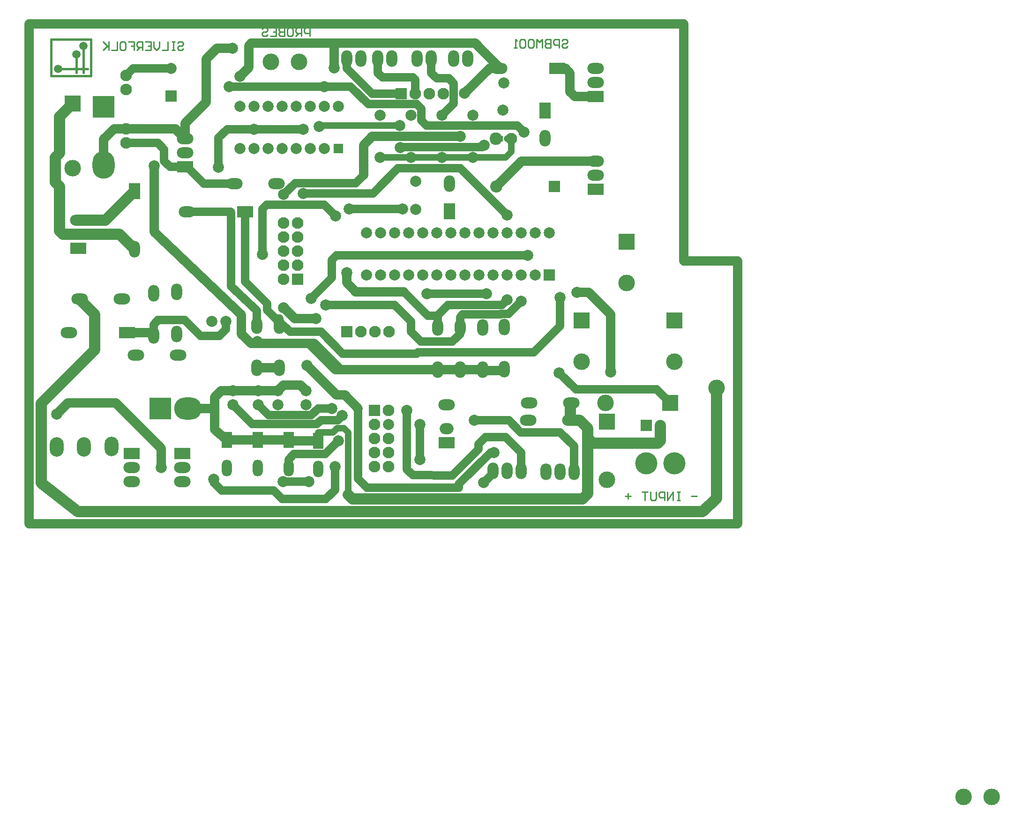
<source format=gtl>
%FSLAX42Y42*%
%MOMM*%
G71*
G01*
G75*
G04 Layer_Physical_Order=1*
%ADD10C,1.52*%
%ADD11C,1.50*%
%ADD12C,2.00*%
%ADD13C,1.70*%
%ADD14C,1.20*%
%ADD15C,0.40*%
%ADD16C,0.25*%
%ADD17C,2.00*%
%ADD18O,2.52X3.52*%
%ADD19C,3.00*%
%ADD20C,2.10*%
%ADD21R,2.10X2.10*%
%ADD22O,3.00X2.00*%
%ADD23R,3.00X2.00*%
%ADD24R,1.80X1.80*%
%ADD25R,2.00X2.00*%
%ADD26R,1.85X3.00*%
%ADD27O,2.00X3.00*%
%ADD28O,2.50X2.00*%
%ADD29O,4.00X5.00*%
%ADD30R,4.00X4.00*%
%ADD31O,5.00X4.00*%
%ADD32R,2.00X3.00*%
%ADD33R,3.00X3.00*%
%ADD34O,1.85X3.00*%
%ADD35R,1.25X1.25*%
%ADD36C,1.35*%
%ADD37C,4.00*%
%ADD38C,2.20*%
%ADD39C,1.00*%
%ADD40R,1.00X1.00*%
%ADD41O,2.20X2.30*%
%ADD42C,1.20*%
D10*
X3797Y12192D02*
D03*
X3670Y12040D02*
D03*
X3340Y11773D02*
D03*
D11*
X6934Y7137D02*
Y7404D01*
X5675Y9195D02*
X6462D01*
X6469Y7851D02*
X6934Y7404D01*
X10584Y4211D02*
Y4272D01*
X8920Y4211D02*
X10584D01*
Y4272D02*
X11158Y4846D01*
X10861Y5423D02*
X11486D01*
X12662Y4496D02*
Y4958D01*
X7409Y4315D02*
X7869D01*
X8042Y5641D02*
X8288D01*
X7917Y5517D02*
X8042Y5641D01*
X7145Y5517D02*
X7917D01*
X6960Y5702D02*
X7145Y5517D01*
X6718Y9195D02*
X6721D01*
X6718Y7932D02*
Y9195D01*
X8166Y4813D02*
X8405Y5052D01*
X7506Y4559D02*
Y4714D01*
X8395Y5428D02*
X8473Y5507D01*
X6502Y5702D02*
X6848Y5357D01*
X10010Y7711D02*
X11079D01*
X10610Y9977D02*
X11455Y9131D01*
X7770Y9528D02*
X9030D01*
X8603Y9243D02*
X9568D01*
X10178Y7295D02*
X10391Y7508D01*
X8372Y8405D02*
X11824D01*
X7917Y7628D02*
X8288Y7998D01*
X5979Y9703D02*
X6528D01*
X5639Y10008D02*
X5674D01*
X5364D02*
X5639D01*
X4572Y10439D02*
X5144D01*
X11201Y4465D02*
Y4508D01*
X11034Y4298D02*
X11201Y4465D01*
X6375Y7066D02*
Y7214D01*
X5067Y7010D02*
Y7153D01*
Y6960D02*
Y7010D01*
X9014Y11328D02*
X9538D01*
X8560Y11783D02*
Y11963D01*
X9792Y11328D02*
Y11582D01*
X9119Y11704D02*
Y11963D01*
X10274Y10935D02*
X10490Y11151D01*
X10084Y11704D02*
Y11963D01*
X7605Y4813D02*
X8166D01*
X7506Y4714D02*
X7605Y4813D01*
X7625Y9713D02*
X8720D01*
X9030Y9528D02*
X9479Y9977D01*
X10610D01*
X10391Y7508D02*
X11364D01*
X11347Y7348D02*
X11481D01*
X11335Y7336D02*
X11347Y7348D01*
X10648Y7336D02*
X11335D01*
X10604Y7292D02*
X10648Y7336D01*
X7038Y9246D02*
X7112Y9319D01*
X8288Y7998D02*
Y8321D01*
X8372Y8405D01*
X8628Y11455D02*
X8946Y11138D01*
X9817D01*
X9901Y11054D01*
Y10846D02*
Y11054D01*
Y10846D02*
X9997Y10749D01*
X9639Y4534D02*
X9754Y4432D01*
X9528Y10363D02*
X11006D01*
X5144Y10439D02*
X5260Y10323D01*
Y10112D02*
Y10323D01*
Y10112D02*
X5364Y10008D01*
X5674D02*
X5979Y9703D01*
X10490Y11151D02*
Y11516D01*
X10404Y11603D02*
X10490Y11516D01*
X10185Y11603D02*
X10404D01*
X10084Y11704D02*
X10185Y11603D01*
X9751Y11623D02*
X9792Y11582D01*
X9200Y11623D02*
X9751D01*
X9119Y11704D02*
X9200Y11623D01*
X8560Y11783D02*
X9014Y11328D01*
X8090Y5428D02*
X8395D01*
X8019Y5357D02*
X8090Y5428D01*
X6848Y5357D02*
X8019D01*
X6259Y6949D02*
X6375Y7066D01*
X5913Y6949D02*
X6259D01*
X5629Y7234D02*
X5913Y6949D01*
X5149Y7234D02*
X5629D01*
X5067Y7153D02*
X5149Y7234D01*
X11486Y5423D02*
X11702Y5207D01*
X12413D01*
X12662Y4958D01*
X10023Y7318D02*
X10155D01*
X7272Y7262D02*
X7341D01*
X7120Y7414D02*
X7272Y7262D01*
X7120Y7414D02*
Y7531D01*
X6718Y7932D02*
X7120Y7531D01*
X6462Y9195D02*
X6469Y9187D01*
Y7851D02*
Y9187D01*
X8763Y4369D02*
X8920Y4211D01*
X7417Y7137D02*
X7531Y7023D01*
X8090D01*
X7341Y7137D02*
Y7262D01*
Y7137D02*
X7417D01*
X11938Y6655D02*
X12413Y7130D01*
X9843Y6655D02*
X11938D01*
X9817Y6629D02*
X9843Y6655D01*
X8090Y7023D02*
X8484Y6629D01*
X9817D01*
X12413Y7130D02*
Y7648D01*
X10460Y4427D02*
X10935Y4902D01*
Y4991D01*
X11062Y5118D01*
X11430D01*
X11709Y4839D01*
X9639Y4534D02*
Y5601D01*
X11709Y4508D02*
Y4839D01*
X9754Y4432D02*
X10460Y4427D01*
X9520Y10356D02*
X9528Y10363D01*
X11006D02*
X11039Y10396D01*
X9881Y4712D02*
Y5347D01*
X4572Y11659D02*
X4695Y11782D01*
X5385D01*
X6236Y10528D02*
X6396Y10688D01*
X6924D02*
X7775D01*
X6236Y9995D02*
Y10528D01*
X6396Y10688D02*
X6883D01*
X12695Y5982D02*
X14159D01*
X3734Y7607D02*
Y7620D01*
X6152Y4300D02*
X6299Y4153D01*
X7239D01*
X7391Y4001D01*
X8179D01*
X6152Y4300D02*
Y4356D01*
X8179Y4001D02*
X8344Y4166D01*
Y4585D01*
X9997Y10749D02*
X11638D01*
X12395Y6281D02*
X12695Y5982D01*
X14159D02*
X14400Y5740D01*
X11638Y10749D02*
X11755Y10632D01*
X6434Y11455D02*
X8628D01*
X9893Y6845D02*
X10465D01*
X10604Y6985D01*
Y7099D01*
Y7292D01*
X11481Y7348D02*
X11709Y7577D01*
X8763Y4369D02*
Y5639D01*
X11158Y4846D02*
X11219D01*
X9591Y7750D02*
X10023Y7318D01*
X10198Y7099D02*
Y7275D01*
X11364Y7508D02*
X11455Y7600D01*
X10155Y7318D02*
X10198Y7275D01*
X9423Y7506D02*
X9715Y7214D01*
X8179Y7506D02*
X9423D01*
X9715Y7023D02*
X9893Y6845D01*
X9715Y7023D02*
Y7214D01*
X7112Y9319D02*
X8156D01*
X7038Y8420D02*
Y9246D01*
X8156Y9319D02*
X8357Y9119D01*
X7417Y9505D02*
X7625Y9713D01*
X8720D02*
X8860Y9853D01*
D12*
X3371Y10254D02*
Y10913D01*
X3289Y9728D02*
X3371Y9647D01*
X3289Y9728D02*
Y10173D01*
X3371Y10254D01*
X12598Y5423D02*
Y5740D01*
X12769Y5423D02*
X12908Y5283D01*
X13005Y5011D02*
X14183D01*
X14224Y5052D01*
X3708Y9042D02*
X4201D01*
X4724Y9565D01*
X4455Y8788D02*
X4724Y8519D01*
X3035Y4293D02*
X3696Y3772D01*
X14986D01*
X15240Y4013D01*
X3734Y7607D02*
X4001Y7341D01*
Y6693D02*
Y7341D01*
X3035Y4293D02*
Y5728D01*
X4001Y6693D01*
X15240Y4013D02*
Y6007D01*
X8580Y4082D02*
X8661Y4001D01*
X12814D01*
X12908Y4094D01*
Y5108D02*
X13005Y5011D01*
X12598Y5423D02*
X12769D01*
X14224Y5052D02*
Y5334D01*
X12908Y4094D02*
Y5283D01*
X3371Y8849D02*
Y9647D01*
Y8849D02*
X3432Y8788D01*
X3371Y10913D02*
X3607Y11149D01*
X3432Y8788D02*
X4455D01*
D13*
X4166Y10503D02*
X4356Y10693D01*
X5075Y8832D02*
X6655Y7328D01*
X6828Y6812D02*
X7965D01*
X8357Y6337D02*
X10198D01*
X6939Y6848D02*
X6975Y6812D01*
X6655Y6985D02*
X6828Y6812D01*
X7965D02*
X8440Y6337D01*
X7882Y6812D02*
X8357Y6337D01*
X6655Y6985D02*
Y7328D01*
X11161Y11786D02*
X11313D01*
X10686Y11333D02*
X11149Y11797D01*
X5207Y4572D02*
Y4915D01*
X3315Y5537D02*
X3518Y5740D01*
X4381D01*
X5207Y4915D01*
X11313Y11789D02*
Y11803D01*
X10879Y12238D02*
X11313Y11803D01*
X4587Y7010D02*
X5067D01*
X12680Y11278D02*
X13056D01*
X12359Y11786D02*
X12512D01*
X11720Y10109D02*
X13056D01*
X11263Y9652D02*
X11720Y10109D01*
X11149Y11797D02*
X11161Y11786D01*
X11405Y6337D02*
Y6350D01*
X11011Y6327D02*
Y6337D01*
Y6327D02*
X11394D01*
X10604Y6337D02*
X11011D01*
X10198D02*
X10604D01*
X6934Y6375D02*
X7341D01*
X7719Y6060D02*
X7823Y5956D01*
X7315D02*
X7419Y6060D01*
X6947Y5067D02*
X7506D01*
Y5055D02*
X8039D01*
X6960Y5956D02*
X7315D01*
X7419Y6060D02*
X7719D01*
X6789Y12192D02*
X6835Y12238D01*
X6789Y11801D02*
Y12192D01*
X11394Y6327D02*
X11405Y6337D01*
X12512Y11786D02*
X12593Y11704D01*
Y11364D02*
Y11704D01*
Y11364D02*
X12680Y11278D01*
X5075Y8832D02*
Y10020D01*
X6629Y11641D02*
X6789Y11801D01*
X8334Y11791D02*
Y12210D01*
X8306Y12238D02*
X8334Y12210D01*
X6835Y12238D02*
X10879D01*
X5639Y10795D02*
X6020Y11176D01*
Y11951D01*
X6215Y12146D01*
X4166Y10043D02*
Y10503D01*
X5461Y10693D02*
X5639Y10516D01*
Y10795D01*
X6215Y12146D02*
X6482D01*
X4356Y10693D02*
X5461D01*
X12929Y7734D02*
X13325Y7338D01*
Y6302D02*
Y7338D01*
X12713Y7734D02*
X12929D01*
X7424Y7460D02*
X7620Y7264D01*
X8001D01*
X7417Y7460D02*
X7424D01*
X8369Y5880D02*
X8522D01*
X7836Y6414D02*
X8369Y5880D01*
X8522D02*
X8763Y5639D01*
X8560Y7912D02*
X8722Y7750D01*
X8560Y7912D02*
Y8090D01*
X8722Y7750D02*
X9591D01*
X8860Y10396D02*
X9017Y10554D01*
X8860Y9853D02*
Y10396D01*
X9017Y10554D02*
X10604D01*
X6172Y5842D02*
X6287Y5956D01*
X6388Y5067D02*
X6947D01*
X6172Y5258D02*
X6388Y5067D01*
X5686Y5639D02*
X6172D01*
Y5258D02*
Y5842D01*
X6287Y5956D02*
X6960D01*
X15621Y3556D02*
Y8306D01*
X14643D02*
X15621D01*
X14643Y12585D02*
X14643Y8306D01*
X2819Y12586D02*
X14643Y12585D01*
X2819Y3556D02*
Y12586D01*
Y3556D02*
X15621D01*
D14*
X11455Y10516D02*
X11532D01*
X10274Y10173D02*
X10833D01*
X9715D02*
X10274D01*
X9157D02*
X9715D01*
X12598Y5740D02*
X12611D01*
X8072Y10749D02*
X9517D01*
X8057Y10734D02*
X8072Y10749D01*
X7506Y5055D02*
Y5067D01*
X8504Y5281D02*
X8580Y5204D01*
X8382Y5281D02*
X8504D01*
X8311Y5210D02*
X8382Y5281D01*
X8039Y5055D02*
Y5210D01*
X8311D01*
X8580Y4082D02*
Y5204D01*
X10833Y10173D02*
X11430D01*
X11532Y10274D01*
Y10516D01*
D15*
X3797Y11709D02*
Y12192D01*
X3670Y11709D02*
Y12040D01*
X3340Y11773D02*
X3874D01*
X3213Y11646D02*
X3937D01*
Y12306D01*
X3213D02*
X3937D01*
X3213Y11646D02*
Y12306D01*
D16*
X12446Y12281D02*
X12471Y12306D01*
X12522D01*
X12548Y12281D01*
Y12255D01*
X12522Y12230D01*
X12471D01*
X12446Y12205D01*
Y12179D01*
X12471Y12154D01*
X12522D01*
X12548Y12179D01*
X12395Y12154D02*
Y12306D01*
X12319D01*
X12294Y12281D01*
Y12230D01*
X12319Y12205D01*
X12395D01*
X12243Y12306D02*
Y12154D01*
X12167D01*
X12141Y12179D01*
Y12205D01*
X12167Y12230D01*
X12243D01*
X12167D01*
X12141Y12255D01*
Y12281D01*
X12167Y12306D01*
X12243D01*
X12091Y12154D02*
Y12306D01*
X12040Y12255D01*
X11989Y12306D01*
Y12154D01*
X11938Y12281D02*
X11913Y12306D01*
X11862D01*
X11837Y12281D01*
Y12179D01*
X11862Y12154D01*
X11913D01*
X11938Y12179D01*
Y12281D01*
X11786D02*
X11760Y12306D01*
X11710D01*
X11684Y12281D01*
Y12179D01*
X11710Y12154D01*
X11760D01*
X11786Y12179D01*
Y12281D01*
X11633Y12154D02*
X11583D01*
X11608D01*
Y12306D01*
X11633Y12281D01*
X7887Y12370D02*
Y12522D01*
X7811D01*
X7785Y12497D01*
Y12446D01*
X7811Y12421D01*
X7887D01*
X7734Y12370D02*
Y12522D01*
X7658D01*
X7633Y12497D01*
Y12446D01*
X7658Y12421D01*
X7734D01*
X7684D02*
X7633Y12370D01*
X7506Y12522D02*
X7557D01*
X7582Y12497D01*
Y12395D01*
X7557Y12370D01*
X7506D01*
X7480Y12395D01*
Y12497D01*
X7506Y12522D01*
X7430D02*
Y12370D01*
X7353D01*
X7328Y12395D01*
Y12421D01*
X7353Y12446D01*
X7430D01*
X7353D01*
X7328Y12471D01*
Y12497D01*
X7353Y12522D01*
X7430D01*
X7176D02*
X7277D01*
Y12370D01*
X7176D01*
X7277Y12446D02*
X7227D01*
X7023Y12497D02*
X7049Y12522D01*
X7100D01*
X7125Y12497D01*
Y12471D01*
X7100Y12446D01*
X7049D01*
X7023Y12421D01*
Y12395D01*
X7049Y12370D01*
X7100D01*
X7125Y12395D01*
X14884Y4051D02*
X14783D01*
X14580Y4127D02*
X14529D01*
X14554D01*
Y3975D01*
X14580D01*
X14529D01*
X14453D02*
Y4127D01*
X14351Y3975D01*
Y4127D01*
X14300Y3975D02*
Y4127D01*
X14224D01*
X14199Y4102D01*
Y4051D01*
X14224Y4026D01*
X14300D01*
X14148Y4127D02*
Y4000D01*
X14123Y3975D01*
X14072D01*
X14046Y4000D01*
Y4127D01*
X13996D02*
X13894D01*
X13945D01*
Y3975D01*
X13691Y4051D02*
X13589D01*
X13640Y4102D02*
Y4000D01*
X5499Y12243D02*
X5525Y12268D01*
X5575D01*
X5601Y12243D01*
Y12217D01*
X5575Y12192D01*
X5525D01*
X5499Y12167D01*
Y12141D01*
X5525Y12116D01*
X5575D01*
X5601Y12141D01*
X5448Y12268D02*
X5398D01*
X5423D01*
Y12116D01*
X5448D01*
X5398D01*
X5321Y12268D02*
Y12116D01*
X5220D01*
X5169Y12268D02*
Y12167D01*
X5118Y12116D01*
X5067Y12167D01*
Y12268D01*
X4915D02*
X5017D01*
Y12116D01*
X4915D01*
X5017Y12192D02*
X4966D01*
X4864Y12116D02*
Y12268D01*
X4788D01*
X4763Y12243D01*
Y12192D01*
X4788Y12167D01*
X4864D01*
X4814D02*
X4763Y12116D01*
X4610Y12268D02*
X4712D01*
Y12192D01*
X4661D01*
X4712D01*
Y12116D01*
X4483Y12268D02*
X4534D01*
X4560Y12243D01*
Y12141D01*
X4534Y12116D01*
X4483D01*
X4458Y12141D01*
Y12243D01*
X4483Y12268D01*
X4407D02*
Y12116D01*
X4306D01*
X4255Y12268D02*
Y12116D01*
Y12167D01*
X4153Y12268D01*
X4230Y12192D01*
X4153Y12116D01*
D17*
X5207Y4572D02*
D03*
X3315Y5537D02*
D03*
X10693Y8052D02*
D03*
X10185Y8814D02*
D03*
X8153Y10338D02*
D03*
X7899D02*
D03*
X7645D02*
D03*
X7391D02*
D03*
X7137D02*
D03*
X6883D02*
D03*
X6629D02*
D03*
X8407Y11100D02*
D03*
X8153D02*
D03*
X7645D02*
D03*
X7391D02*
D03*
X6883D02*
D03*
X7137D02*
D03*
X7899D02*
D03*
X6629D02*
D03*
X8915Y8814D02*
D03*
X9169D02*
D03*
X9423D02*
D03*
X9677D02*
D03*
X9931D02*
D03*
X10693D02*
D03*
X11201D02*
D03*
X11455D02*
D03*
X11709D02*
D03*
X11963D02*
D03*
X12217D02*
D03*
X8915Y8052D02*
D03*
X9931D02*
D03*
X10185D02*
D03*
X10439D02*
D03*
X10947D02*
D03*
X11963D02*
D03*
X11709D02*
D03*
X11455D02*
D03*
X11201D02*
D03*
X9677D02*
D03*
X9423D02*
D03*
X9169D02*
D03*
X9309Y5347D02*
D03*
X10833Y10935D02*
D03*
Y10173D02*
D03*
X10274D02*
D03*
Y10935D02*
D03*
X9715Y10173D02*
D03*
Y10935D02*
D03*
X9157Y10173D02*
D03*
Y10935D02*
D03*
X14224Y5334D02*
D03*
X10439Y8814D02*
D03*
X5385Y11782D02*
D03*
X7823Y5956D02*
D03*
Y5702D02*
D03*
X7315Y5956D02*
D03*
Y5702D02*
D03*
X6960Y5956D02*
D03*
Y5702D02*
D03*
X6502Y5956D02*
D03*
Y5702D02*
D03*
X6121Y7214D02*
D03*
X6375D02*
D03*
X10947Y8814D02*
D03*
X9804Y9233D02*
D03*
X11379Y11028D02*
D03*
X9804Y9741D02*
D03*
X11392Y11519D02*
D03*
X8405Y5052D02*
D03*
X10604Y10554D02*
D03*
X7417Y9505D02*
D03*
X7770Y9528D02*
D03*
X11455Y9131D02*
D03*
Y7600D02*
D03*
X11709Y7577D02*
D03*
X8357Y9119D02*
D03*
X7038Y8420D02*
D03*
X7917Y7628D02*
D03*
X11824Y8405D02*
D03*
X7417Y7460D02*
D03*
X8001Y7264D02*
D03*
X11219Y4846D02*
D03*
X7836Y6414D02*
D03*
X7775Y10688D02*
D03*
X6236Y9995D02*
D03*
X6883Y10688D02*
D03*
X8153Y11455D02*
D03*
X11755Y10632D02*
D03*
X12713Y7734D02*
D03*
X13325Y6302D02*
D03*
X9639Y5601D02*
D03*
X10686Y11333D02*
D03*
X12395Y6281D02*
D03*
X9520Y10356D02*
D03*
X11039Y10396D02*
D03*
X6490Y12146D02*
D03*
X5075Y10020D02*
D03*
X11079Y7711D02*
D03*
X10010D02*
D03*
X9568Y9243D02*
D03*
X8603D02*
D03*
X9517Y10749D02*
D03*
X8057Y10734D02*
D03*
X8288Y5641D02*
D03*
X8473Y5507D02*
D03*
X8334Y11791D02*
D03*
X6629Y11641D02*
D03*
X8179Y7506D02*
D03*
X12413Y7648D02*
D03*
X6939Y6848D02*
D03*
X11034Y4298D02*
D03*
X9881Y4712D02*
D03*
Y5347D02*
D03*
X10861Y5423D02*
D03*
X6434Y11455D02*
D03*
X8560Y8090D02*
D03*
X6152Y4356D02*
D03*
X8344Y4585D02*
D03*
X7409Y4315D02*
D03*
X7869D02*
D03*
D18*
X4305Y4953D02*
D03*
X3315Y4940D02*
D03*
X3810D02*
D03*
D19*
X19698Y-1384D02*
D03*
X20206D02*
D03*
X13259Y4354D02*
D03*
X13235Y5740D02*
D03*
X3607Y9984D02*
D03*
X12802Y6483D02*
D03*
X14478D02*
D03*
X13614Y7905D02*
D03*
X7188Y11900D02*
D03*
X7696D02*
D03*
X15240Y6007D02*
D03*
D20*
X10300Y11328D02*
D03*
X10046D02*
D03*
X9792D02*
D03*
X9322Y7023D02*
D03*
X9068D02*
D03*
X8814D02*
D03*
X9309Y5601D02*
D03*
Y5093D02*
D03*
Y4839D02*
D03*
X9055Y4585D02*
D03*
X9309D02*
D03*
X7417Y7976D02*
D03*
X7671Y8230D02*
D03*
X7417D02*
D03*
X7671Y8484D02*
D03*
X7417D02*
D03*
X7671Y8738D02*
D03*
X7417D02*
D03*
X7671Y8992D02*
D03*
X7417D02*
D03*
X9055Y5347D02*
D03*
Y5093D02*
D03*
Y4839D02*
D03*
X4572Y11405D02*
D03*
Y11659D02*
D03*
Y10693D02*
D03*
Y10439D02*
D03*
X11532Y10516D02*
D03*
D21*
X9538Y11328D02*
D03*
X8560Y7023D02*
D03*
X7671Y7976D02*
D03*
X9055Y5601D02*
D03*
D22*
X13056Y11786D02*
D03*
Y11532D02*
D03*
X11836Y5423D02*
D03*
X12598D02*
D03*
X11849Y5740D02*
D03*
X12611D02*
D03*
X5512Y6604D02*
D03*
X4750D02*
D03*
X6528Y9703D02*
D03*
X7290D02*
D03*
X4496Y7620D02*
D03*
X3541Y7010D02*
D03*
X11313Y11786D02*
D03*
X3708Y8788D02*
D03*
X5675Y9195D02*
D03*
X5639Y10262D02*
D03*
Y10516D02*
D03*
X3734Y7620D02*
D03*
X4674Y4572D02*
D03*
Y4318D02*
D03*
X5588Y4572D02*
D03*
Y4318D02*
D03*
X3708Y9042D02*
D03*
X10363Y5702D02*
D03*
X13056Y10109D02*
D03*
Y9855D02*
D03*
D23*
Y11278D02*
D03*
X10363Y5017D02*
D03*
X4587Y7010D02*
D03*
X12359Y11786D02*
D03*
X3708Y8534D02*
D03*
X5639Y10008D02*
D03*
X6721Y9195D02*
D03*
X4674Y4826D02*
D03*
X5588D02*
D03*
X13056Y9601D02*
D03*
D24*
X8407Y10338D02*
D03*
D25*
X12217Y8052D02*
D03*
X13970Y5334D02*
D03*
X5385Y11282D02*
D03*
X12309Y9652D02*
D03*
D26*
X8039Y5055D02*
D03*
X7506Y5067D02*
D03*
X6947D02*
D03*
X6388D02*
D03*
D27*
X10198Y6337D02*
D03*
Y7099D02*
D03*
X10604Y6337D02*
D03*
Y7099D02*
D03*
X11011Y6337D02*
D03*
Y7099D02*
D03*
X11405Y6350D02*
D03*
Y7112D02*
D03*
X7341Y6375D02*
D03*
X6934Y7137D02*
D03*
Y6375D02*
D03*
X5486Y6985D02*
D03*
Y7747D02*
D03*
X5067Y7722D02*
D03*
Y6960D02*
D03*
X12154Y4496D02*
D03*
X12408D02*
D03*
X12662D02*
D03*
X12408D02*
D03*
X11201Y4508D02*
D03*
X11455D02*
D03*
X11709D02*
D03*
X11455D02*
D03*
X4724Y8519D02*
D03*
X10414Y9699D02*
D03*
X12141Y10520D02*
D03*
X8560Y11963D02*
D03*
X8814D02*
D03*
X9119D02*
D03*
X9373D02*
D03*
X9830D02*
D03*
X10084D02*
D03*
X10490D02*
D03*
X10744D02*
D03*
X7341Y7137D02*
D03*
D28*
X10363Y5271D02*
D03*
D29*
X4166Y10043D02*
D03*
D30*
Y11089D02*
D03*
X5186Y5639D02*
D03*
D31*
X5686D02*
D03*
D32*
X12141Y11020D02*
D03*
X10414Y9199D02*
D03*
X4724Y9565D02*
D03*
D33*
X13259Y5400D02*
D03*
X3607Y11149D02*
D03*
X12802Y7233D02*
D03*
X14478Y7233D02*
D03*
X13614Y8655D02*
D03*
X14400Y5740D02*
D03*
D34*
X6388Y4559D02*
D03*
X6947D02*
D03*
X7506D02*
D03*
X8039Y4547D02*
D03*
D35*
X11379Y11028D02*
D03*
D36*
Y11528D02*
D03*
D37*
X13970Y4648D02*
D03*
X14478D02*
D03*
D38*
X11263Y9652D02*
D03*
D39*
X11455Y10516D02*
D03*
D40*
X11328D02*
D03*
D41*
X11252D02*
D03*
D42*
X9804Y9741D02*
D03*
Y9233D02*
D03*
M02*

</source>
